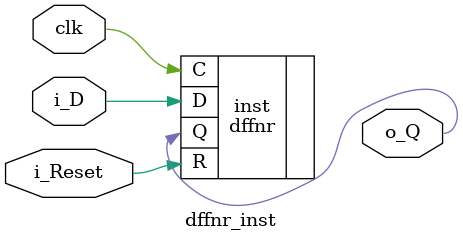
<source format=v>
                                   

`timescale 1ns / 1ps

module dffnr_inst (
	input clk, //clock
	input i_Reset, //reset signal
	input i_D, //input to flop
	output o_Q  //output from flop
	);

//
// INSTANTIATIONS
//
	dffnr inst(
		.D(i_D),
		.R(i_Reset),
		.C(clk),
		.Q(o_Q)
		);

endmodule
</source>
